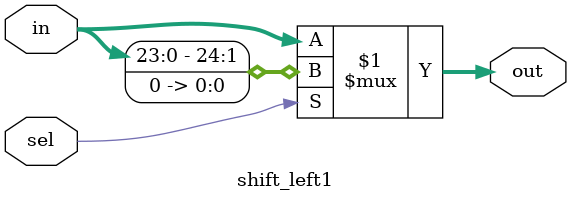
<source format=v>
module shift_left(in, out, shift);
  input [24:0] in;
  input [4:0] shift;
  input [24:0] out;
  
  wire [24:0] tmp1, tmp2, tmp3, tmp4;
  
  shift_left16 shift_1(.in(in), .sel(shift[4]), .out(tmp1));
  shift_left8 shift_2(.in(tmp1), .sel(shift[3]), .out(tmp2));
  shift_left4 shift_3(.in(tmp2), .sel(shift[2]), .out(tmp3));
  shift_left2 shift_4(.in(tmp3), .sel(shift[1]), .out(tmp4));
  shift_left1 shift_5(.in(tmp4), .sel(shift[0]), .out(out));
  
endmodule  
  
  
//shift 16bit
module shift_left16(in, out, sel);

input	[24:0]	in;
input		sel;
output	[24:0]	out;

assign out = sel?{in[8:0],16'b0}:in;
endmodule

//shift 8bit
module shift_left8(in, out, sel);

input	[24:0]	in;
input		sel;
output	[24:0]	out;

assign out = sel?{in[16:0],8'b0}:in;
endmodule

//shift 4bit
module shift_left4(in, out, sel);

input	[24:0]	in;
input		sel;
output	[24:0]	out;

assign out = sel?{in[20:0],4'b0}:in;
endmodule

//shift 2bit
module shift_left2(in, out, sel);

input	[24:0]	in;
input		sel;
output	[24:0]	out;

assign out = sel?{in[22:0],2'b0}:in;
endmodule

//shift 1bit
module shift_left1(in, out, sel);

input	[24:0]	in;
input		sel;
output	[24:0]	out;

assign out = sel?{in[23:0],1'b0}:in;
endmodule

</source>
